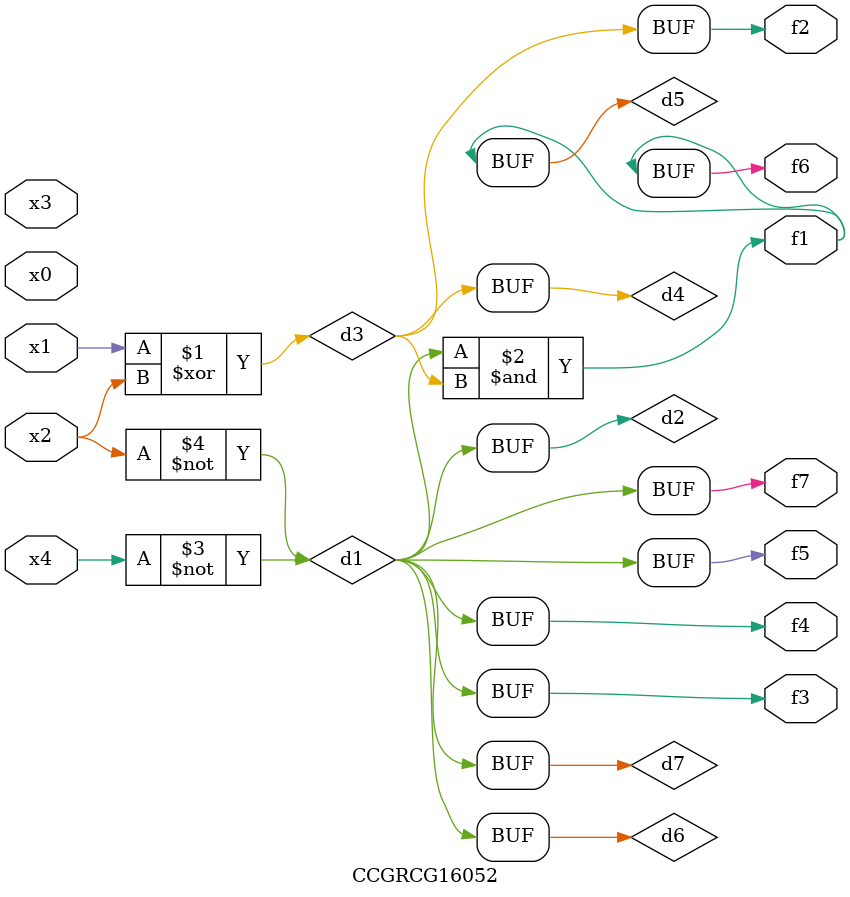
<source format=v>
module CCGRCG16052(
	input x0, x1, x2, x3, x4,
	output f1, f2, f3, f4, f5, f6, f7
);

	wire d1, d2, d3, d4, d5, d6, d7;

	not (d1, x4);
	not (d2, x2);
	xor (d3, x1, x2);
	buf (d4, d3);
	and (d5, d1, d3);
	buf (d6, d1, d2);
	buf (d7, d2);
	assign f1 = d5;
	assign f2 = d4;
	assign f3 = d7;
	assign f4 = d7;
	assign f5 = d7;
	assign f6 = d5;
	assign f7 = d7;
endmodule

</source>
